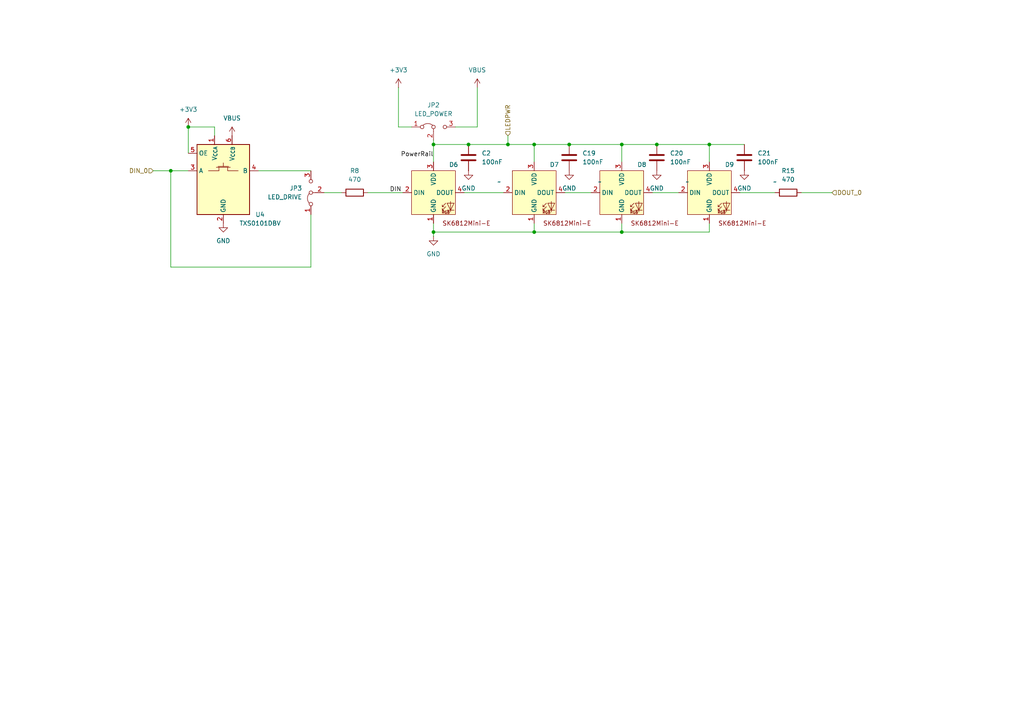
<source format=kicad_sch>
(kicad_sch (version 20231120) (generator "eeschema") (generator_version "8.0")
  (paper "A4")
  (lib_symbols
    (symbol "Device:C" (pin_numbers hide) (pin_names (offset 0.254))
      (property "Reference" "C" (at 0.635 2.54 0))
      (property "Value" "C" (at 0.635 -2.54 0))
      (symbol "C_0_1"
        (polyline (pts (xy -2.032 -0.762) (xy 2.032 -0.762)) (stroke (width 0.508)))
        (polyline (pts (xy -2.032 0.762) (xy 2.032 0.762)) (stroke (width 0.508)))
      )
      (symbol "C_1_1"
        (pin passive line (at 0 3.81 270) (length 2.794) (name "~") (number "1"))
        (pin passive line (at 0 -3.81 90) (length 2.794) (name "~") (number "2"))
      )
    )
    (symbol "Device:R" (pin_numbers hide) (pin_names (offset 0))
      (property "Reference" "R" (at 2.032 0 90))
      (property "Value" "R" (at 0 0 90))
      (symbol "R_0_1"
        (rectangle (start -1.016 -2.54) (end 1.016 2.54) (stroke (width 0.254)))
      )
      (symbol "R_1_1"
        (pin passive line (at 0 3.81 270) (length 1.27) (name "~") (number "1"))
        (pin passive line (at 0 -3.81 90) (length 1.27) (name "~") (number "2"))
      )
    )
    (symbol "Extra:SK6812Mini-E"
      (property "Reference" "D" (at 2.794 7.874 0))
      (symbol "SK6812Mini-E_0_0"
        (text "RGB" (at 3.556 -5.715 0) (effects (font (size 0.762 0.762))))
      )
      (symbol "SK6812Mini-E_0_1"
        (polyline (pts (xy 2.54 -5.08) (xy 3.048 -5.08)))
        (polyline (pts (xy 2.54 -4.064) (xy 3.048 -4.064)))
        (polyline (pts (xy 5.969 -5.08) (xy 3.937 -5.08)))
        (polyline (pts (xy 3.556 -4.064) (xy 2.54 -5.08) (xy 2.54 -4.572)))
        (polyline (pts (xy 3.556 -3.048) (xy 2.54 -4.064) (xy 2.54 -3.556)))
        (polyline (pts (xy 4.953 -2.54) (xy 4.953 -5.08) (xy 4.953 -5.588)))
        (polyline (pts (xy 5.969 -3.048) (xy 3.937 -3.048) (xy 4.953 -5.08) (xy 5.969 -3.048)))
      )
      (symbol "SK6812Mini-E_1_1"
        (rectangle (start -6.35 6.35) (end 6.35 -6.35) (fill (type background)))
        (text private "https://www.lcsc.com/datasheet/lcsc_datasheet_2412101523_OPSCO-Optoelectronics-SK6812MINI-E_C5149201.pdf" (at 3.556 -14.224 0) (effects (font (size 1.27 1.27)) (justify left)))
        (text private "https://www.lcsc.com/product-detail/Light-Emitting-Diodes-LED_OPSCO-Optoelectronics-SK6812MINI-E_C5149201.html" (at 3.556 -11.684 0) (effects (font (size 1.27 1.27)) (justify left)))
        (text "SK6812Mini-E" (at 2.54 -8.89 0) (effects (font (size 1.27 1.27)) (justify left)))
        (pin power_in line (at 0 -8.89 90) (length 2.54) (name "GND") (number "1"))
        (pin input line (at -8.89 0 0) (length 2.54) (name "DIN") (number "2"))
        (pin power_in line (at 0 8.89 270) (length 2.54) (name "VDD") (number "3"))
        (pin output line (at 8.89 0 180) (length 2.54) (name "DOUT") (number "4"))
      )
    )
    (symbol "Jumper:Jumper_3_Bridged12" (pin_names (offset 0) hide) (exclude_from_sim yes) (in_bom no)
      (property "Reference" "JP" (at -2.54 -2.54 0))
      (property "Value" "Jumper_3_Bridged12" (at 0 2.794 0))
      (symbol "Jumper_3_Bridged12_0_0"
        (circle (center -3.302 0) (radius 0.508))
        (circle (center 0 0) (radius 0.508))
        (circle (center 3.302 0) (radius 0.508))
      )
      (symbol "Jumper_3_Bridged12_0_1"
        (arc (start -0.254 0.508) (mid -1.651 0.9912) (end -3.048 0.508))
        (polyline (pts (xy 0 -1.27) (xy 0 -0.508)))
      )
      (symbol "Jumper_3_Bridged12_1_1"
        (pin passive line (at -6.35 0 0) (length 2.54) (name "A") (number "1"))
        (pin passive line (at 0 -3.81 90) (length 2.54) (name "C") (number "2"))
        (pin passive line (at 6.35 0 180) (length 2.54) (name "B") (number "3"))
      )
    )
    (symbol "Logic_LevelTranslator:TXS0101DBV"
      (property "Reference" "U" (at -6.35 11.43 0))
      (property "Value" "TXS0101DBV" (at 8.89 11.43 0))
      (symbol "TXS0101DBV_0_1"
        (rectangle (start -7.62 10.16) (end 7.62 -10.16) (stroke (width 0.254)) (fill (type background)))
      )
      (symbol "TXS0101DBV_1_1"
        (polyline (pts (xy -4.318 2.54) (xy -1.27 2.54)))
        (polyline (pts (xy -2.032 3.556) (xy 2.032 3.556)))
        (polyline (pts (xy -1.524 3.81) (xy 1.524 3.81)))
        (polyline (pts (xy -1.27 2.54) (xy -1.27 3.556)))
        (polyline (pts (xy 0 3.81) (xy 0 4.826)))
        (polyline (pts (xy 1.27 2.54) (xy 1.27 3.556)))
        (polyline (pts (xy 4.318 2.54) (xy 1.27 2.54)))
        (pin power_in line (at -2.54 12.7 270) (length 2.54) (name "V_{CCA}") (number "1"))
        (pin power_in line (at 0 -12.7 90) (length 2.54) (name "GND") (number "2"))
        (pin bidirectional line (at -10.16 2.54 0) (length 2.54) (name "A") (number "3"))
        (pin bidirectional line (at 10.16 2.54 180) (length 2.54) (name "B") (number "4"))
        (pin input line (at -10.16 7.62 0) (length 2.54) (name "OE") (number "5"))
        (pin power_in line (at 2.54 12.7 270) (length 2.54) (name "V_{CCB}") (number "6"))
      )
    )
    (symbol "power:+3V3" (power) (pin_numbers hide) (pin_names (offset 0) hide)
      (property "Value" "+3V3" (at 0 3.556 0))
      (symbol "+3V3_0_1"
        (polyline (pts (xy -0.762 1.27) (xy 0 2.54)))
        (polyline (pts (xy 0 0) (xy 0 2.54)))
        (polyline (pts (xy 0 2.54) (xy 0.762 1.27)))
      )
      (symbol "+3V3_1_1"
        (pin power_in line (at 0 0 90) (length 0) (name "~") (number "1"))
      )
    )
    (symbol "power:GND" (power) (pin_numbers hide) (pin_names (offset 0) hide)
      (property "Value" "GND" (at 0 -3.81 0))
      (symbol "GND_0_1"
        (polyline (pts (xy 0 0) (xy 0 -1.27) (xy 1.27 -1.27) (xy 0 -2.54) (xy -1.27 -1.27) (xy 0 -1.27)))
      )
      (symbol "GND_1_1"
        (pin power_in line (at 0 0 270) (length 0) (name "~") (number "1"))
      )
    )
    (symbol "power:VBUS" (power) (pin_numbers hide) (pin_names (offset 0) hide)
      (property "Value" "VBUS" (at 0 3.556 0))
      (symbol "VBUS_0_1"
        (polyline (pts (xy -0.762 1.27) (xy 0 2.54)))
        (polyline (pts (xy 0 0) (xy 0 2.54)))
        (polyline (pts (xy 0 2.54) (xy 0.762 1.27)))
      )
      (symbol "VBUS_1_1"
        (pin power_in line (at 0 0 90) (length 0) (name "~") (number "1"))
      )
    )
  )
  (junction (at 180.34 41.91))
  (junction (at 125.73 67.31))
  (junction (at 190.5 41.91))
  (junction (at 147.32 41.91))
  (junction (at 54.61 36.83))
  (junction (at 125.73 41.91))
  (junction (at 49.53 49.53))
  (junction (at 180.34 67.31))
  (junction (at 165.1 41.91))
  (junction (at 205.74 41.91))
  (junction (at 154.94 41.91))
  (junction (at 154.94 67.31))
  (junction (at 135.89 41.91))
  (wire (pts (xy 115.57 25.4) (xy 115.57 36.83)))
  (wire (pts (xy 165.1 41.91) (xy 180.34 41.91)))
  (wire (pts (xy 180.34 41.91) (xy 190.5 41.91)))
  (wire (pts (xy 132.08 36.83) (xy 138.43 36.83)))
  (wire (pts (xy 54.61 36.83) (xy 62.23 36.83)))
  (wire (pts (xy 44.45 49.53) (xy 49.53 49.53)))
  (wire (pts (xy 62.23 36.83) (xy 62.23 39.37)))
  (wire (pts (xy 125.73 41.91) (xy 125.73 46.99)))
  (wire (pts (xy 125.73 41.91) (xy 135.89 41.91)))
  (wire (pts (xy 205.74 64.77) (xy 205.74 67.31)))
  (wire (pts (xy 125.73 68.58) (xy 125.73 67.31)))
  (wire (pts (xy 49.53 49.53) (xy 54.61 49.53)))
  (wire (pts (xy 205.74 41.91) (xy 215.9 41.91)))
  (wire (pts (xy 49.53 77.47) (xy 90.17 77.47)))
  (wire (pts (xy 163.83 55.88) (xy 171.45 55.88)))
  (wire (pts (xy 147.32 39.37) (xy 147.32 41.91)))
  (wire (pts (xy 93.98 55.88) (xy 99.06 55.88)))
  (wire (pts (xy 125.73 40.64) (xy 125.73 41.91)))
  (wire (pts (xy 115.57 36.83) (xy 119.38 36.83)))
  (wire (pts (xy 106.68 55.88) (xy 116.84 55.88)))
  (wire (pts (xy 180.34 46.99) (xy 180.34 41.91)))
  (wire (pts (xy 205.74 46.99) (xy 205.74 41.91)))
  (wire (pts (xy 154.94 67.31) (xy 180.34 67.31)))
  (wire (pts (xy 154.94 46.99) (xy 154.94 41.91)))
  (wire (pts (xy 189.23 55.88) (xy 196.85 55.88)))
  (wire (pts (xy 180.34 67.31) (xy 205.74 67.31)))
  (wire (pts (xy 190.5 41.91) (xy 205.74 41.91)))
  (wire (pts (xy 138.43 25.4) (xy 138.43 36.83)))
  (wire (pts (xy 135.89 41.91) (xy 147.32 41.91)))
  (wire (pts (xy 74.93 49.53) (xy 90.17 49.53)))
  (wire (pts (xy 147.32 41.91) (xy 154.94 41.91)))
  (wire (pts (xy 214.63 55.88) (xy 224.79 55.88)))
  (wire (pts (xy 154.94 64.77) (xy 154.94 67.31)))
  (wire (pts (xy 54.61 36.83) (xy 54.61 44.45)))
  (wire (pts (xy 125.73 67.31) (xy 154.94 67.31)))
  (wire (pts (xy 134.62 55.88) (xy 146.05 55.88)))
  (wire (pts (xy 232.41 55.88) (xy 241.3 55.88)))
  (wire (pts (xy 49.53 77.47) (xy 49.53 49.53)))
  (wire (pts (xy 90.17 62.23) (xy 90.17 77.47)))
  (wire (pts (xy 180.34 64.77) (xy 180.34 67.31)))
  (wire (pts (xy 154.94 41.91) (xy 165.1 41.91)))
  (wire (pts (xy 125.73 67.31) (xy 125.73 64.77)))
  (label "DIN" (at 113.03 55.88 0))
  (label "PowerRail" (at 125.73 45.72 180))
  (hierarchical_label "LEDPWR" (shape input) (at 147.32 39.37 90))
  (hierarchical_label "DOUT_0" (shape input) (at 241.3 55.88 0))
  (hierarchical_label "DIN_0" (shape input) (at 44.45 49.53 180))
  (symbol (lib_id "power:GND") (at 125.73 68.58 0) (unit 1)
    (property "Reference" "#PWR026" (effects (hide yes)))
    (property "Value" "GND" (at 125.73 73.66 0))
    (property "Description" "Power symbol creates a global label with name \"GND\" , ground" (effects (hide yes)))
  )
  (symbol (lib_id "Device:C") (at 190.5 45.72 0) (unit 1)
    (property "Reference" "C20" (at 194.31 44.4499 0) (effects (justify left)))
    (property "Value" "100nF" (at 194.31 46.9899 0) (effects (justify left)))
    (property "Footprint" "Capacitor_SMD:C_0805_2012Metric_Pad1.18x1.45mm_HandSolder" (effects (hide yes)))
    (property "Description" "Unpolarized capacitor" (effects (hide yes)))
  )
  (symbol (lib_id "Extra:SK6812Mini-E") (at 205.74 55.88 0) (unit 1)
    (property "Reference" "D9" (at 211.582 47.752 0))
    (property "Value" "~" (at 224.79 52.7365 0))
    (property "Footprint" "Extra:SK6812-MINI-E_ReverseMount" (effects (hide yes)))
  )
  (symbol (lib_id "power:+3V3") (at 54.61 36.83 0) (unit 1)
    (property "Reference" "#PWR022" (effects (hide yes)))
    (property "Value" "+3V3" (at 54.61 31.75 0))
    (property "Description" "Power symbol creates a global label with name \"+3V3\"" (effects (hide yes)))
  )
  (symbol (lib_id "Device:C") (at 215.9 45.72 0) (unit 1)
    (property "Reference" "C21" (at 219.71 44.4499 0) (effects (justify left)))
    (property "Value" "100nF" (at 219.71 46.9899 0) (effects (justify left)))
    (property "Footprint" "Capacitor_SMD:C_0805_2012Metric_Pad1.18x1.45mm_HandSolder" (effects (hide yes)))
    (property "Description" "Unpolarized capacitor" (effects (hide yes)))
  )
  (symbol (lib_id "power:GND") (at 190.5 49.53 0) (unit 1)
    (property "Reference" "#PWR050" (effects (hide yes)))
    (property "Value" "GND" (at 190.5 54.61 0))
    (property "Description" "Power symbol creates a global label with name \"GND\" , ground" (effects (hide yes)))
  )
  (symbol (lib_id "Device:C") (at 165.1 45.72 0) (unit 1)
    (property "Reference" "C19" (at 168.91 44.4499 0) (effects (justify left)))
    (property "Value" "100nF" (at 168.91 46.9899 0) (effects (justify left)))
    (property "Footprint" "Capacitor_SMD:C_0805_2012Metric_Pad1.18x1.45mm_HandSolder" (effects (hide yes)))
    (property "Description" "Unpolarized capacitor" (effects (hide yes)))
  )
  (symbol (lib_id "Device:C") (at 135.89 45.72 0) (unit 1)
    (property "Reference" "C2" (at 139.7 44.4499 0) (effects (justify left)))
    (property "Value" "100nF" (at 139.7 46.9899 0) (effects (justify left)))
    (property "Footprint" "Capacitor_SMD:C_0805_2012Metric_Pad1.18x1.45mm_HandSolder" (effects (hide yes)))
    (property "Description" "Unpolarized capacitor" (effects (hide yes)))
  )
  (symbol (lib_id "Device:R") (at 102.87 55.88 270) (unit 1)
    (property "Reference" "R8" (at 102.87 49.53 90))
    (property "Value" "470" (at 102.87 52.07 90))
    (property "Footprint" "Resistor_SMD:R_0805_2012Metric_Pad1.20x1.40mm_HandSolder" (effects (hide yes)))
    (property "Description" "Resistor" (effects (hide yes)))
  )
  (symbol (lib_id "power:GND") (at 135.89 49.53 0) (unit 1)
    (property "Reference" "#PWR04" (effects (hide yes)))
    (property "Value" "GND" (at 135.89 54.61 0))
    (property "Description" "Power symbol creates a global label with name \"GND\" , ground" (effects (hide yes)))
  )
  (symbol (lib_id "Logic_LevelTranslator:TXS0101DBV") (at 64.77 52.07 0) (unit 1)
    (property "Reference" "U4" (at 75.438 62.23 0))
    (property "Value" "TXS0101DBV" (at 75.438 64.77 0))
    (property "Footprint" "Package_TO_SOT_SMD:SOT-23-6" (effects (hide yes)))
    (property "Datasheet" "https://www.ti.com/lit/ds/symlink/txs0101.pdf" (effects (hide yes)))
    (property "Description" "1-Bit Bidirectional Voltage-Level Shifter for Open-Drain and Push-Pull Application, SOT-23" (effects (hide yes)))
  )
  (symbol (lib_id "Jumper:Jumper_3_Bridged12") (at 125.73 36.83 0) (unit 1) (exclude_from_sim yes) (in_bom no)
    (property "Reference" "JP2" (at 125.73 30.48 0))
    (property "Value" "LED_POWER" (at 125.73 33.02 0))
    (property "Footprint" "Connector_PinHeader_2.54mm:PinHeader_1x03_P2.54mm_Vertical" (effects (hide yes)))
    (property "Description" "Jumper, 3-pole, pins 1+2 closed/bridged" (effects (hide yes)))
  )
  (symbol (lib_id "power:VBUS") (at 67.31 39.37 0) (unit 1)
    (property "Reference" "#PWR024" (effects (hide yes)))
    (property "Value" "VBUS" (at 67.31 34.29 0))
    (property "Description" "Power symbol creates a global label with name \"VBUS\"" (effects (hide yes)))
  )
  (symbol (lib_id "power:+3V3") (at 115.57 25.4 0) (unit 1)
    (property "Reference" "#PWR012" (effects (hide yes)))
    (property "Value" "+3V3" (at 115.57 20.32 0))
    (property "Description" "Power symbol creates a global label with name \"+3V3\"" (effects (hide yes)))
  )
  (symbol (lib_id "power:GND") (at 64.77 64.77 0) (unit 1)
    (property "Reference" "#PWR023" (effects (hide yes)))
    (property "Value" "GND" (at 64.77 69.85 0))
    (property "Description" "Power symbol creates a global label with name \"GND\" , ground" (effects (hide yes)))
  )
  (symbol (lib_id "power:VBUS") (at 138.43 25.4 0) (unit 1)
    (property "Reference" "#PWR025" (effects (hide yes)))
    (property "Value" "VBUS" (at 138.43 20.32 0))
    (property "Description" "Power symbol creates a global label with name \"VBUS\"" (effects (hide yes)))
  )
  (symbol (lib_id "Extra:SK6812Mini-E") (at 154.94 55.88 0) (unit 1)
    (property "Reference" "D7" (at 160.782 47.752 0))
    (property "Value" "~" (at 173.99 52.7365 0))
    (property "Footprint" "Extra:SK6812-MINI-E_ReverseMount" (effects (hide yes)))
  )
  (symbol (lib_id "power:GND") (at 215.9 49.53 0) (unit 1)
    (property "Reference" "#PWR051" (effects (hide yes)))
    (property "Value" "GND" (at 215.9 54.61 0))
    (property "Description" "Power symbol creates a global label with name \"GND\" , ground" (effects (hide yes)))
  )
  (symbol (lib_id "Extra:SK6812Mini-E") (at 180.34 55.88 0) (unit 1)
    (property "Reference" "D8" (at 186.182 47.752 0))
    (property "Value" "~" (at 199.39 52.7365 0))
    (property "Footprint" "Extra:SK6812-MINI-E_ReverseMount" (effects (hide yes)))
  )
  (symbol (lib_id "power:GND") (at 165.1 49.53 0) (unit 1)
    (property "Reference" "#PWR049" (effects (hide yes)))
    (property "Value" "GND" (at 165.1 54.61 0))
    (property "Description" "Power symbol creates a global label with name \"GND\" , ground" (effects (hide yes)))
  )
  (symbol (lib_id "Extra:SK6812Mini-E") (at 125.73 55.88 0) (unit 1)
    (property "Reference" "D6" (at 131.572 47.752 0))
    (property "Value" "~" (at 144.78 52.7365 0))
    (property "Footprint" "Extra:SK6812-MINI-E_ReverseMount" (effects (hide yes)))
  )
  (symbol (lib_id "Device:R") (at 228.6 55.88 270) (unit 1)
    (property "Reference" "R15" (at 228.6 49.53 90))
    (property "Value" "470" (at 228.6 52.07 90))
    (property "Footprint" "Resistor_SMD:R_0805_2012Metric_Pad1.20x1.40mm_HandSolder" (effects (hide yes)))
    (property "Description" "Resistor" (effects (hide yes)))
  )
  (symbol (lib_id "Jumper:Jumper_3_Bridged12") (at 90.17 55.88 90) (unit 1) (exclude_from_sim yes) (in_bom no)
    (property "Reference" "JP3" (at 87.63 54.6099 90) (effects (justify left)))
    (property "Value" "LED_DRIVE" (at 87.63 57.1499 90) (effects (justify left)))
    (property "Footprint" "Connector_PinHeader_2.54mm:PinHeader_1x03_P2.54mm_Vertical" (effects (hide yes)))
    (property "Description" "Jumper, 3-pole, pins 1+2 closed/bridged" (effects (hide yes)))
  )
)
</source>
